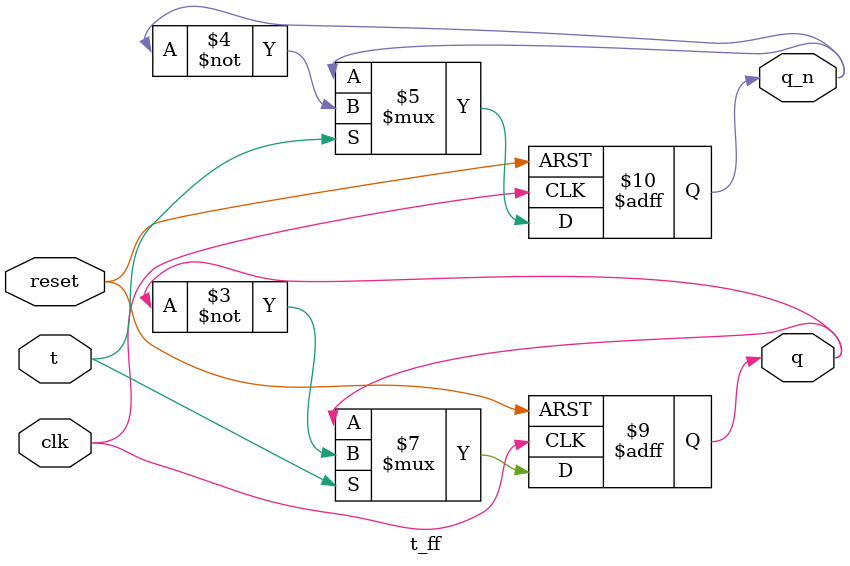
<source format=v>
module divider (clk_in, control_word,enable_in,enable_out,reset,clk_out_gated);

input clk_in;
input reset;
input enable_in,enable_out;
input [7:0] control_word;
output clk_out_gated;

//* Control word index*///
// 0 & 1 ---- ref_clk
// 2 -------- div by 2
// 3 -------- div by 4
// 4 -------- div by 8
// 5 -------- div by 3
// 6 -------- div by 6
// 7 -------- div by 5

wire clk_in1,clk_in2,clk_in3,clk_in4;
wire q_2,q_4,q_8,q_3,q_6,q_5;
wire clk_in_gated,clk_out;
reg d_latch,out_latch;

always@(~clk_in) begin
  if(~clk_in)
    d_latch <= enable_in;
  end
  
assign clk_in_gated = d_latch && clk_in;

assign clk_in1 = (control_word==8'b000 || control_word==8'b001) ? clk_in_gated : 1'b0;
assign clk_in2 = (control_word==8'b010 || control_word==8'b011 || control_word==8'b100) ? clk_in_gated : 1'b0;
assign clk_in3 = (control_word==8'b101 || control_word==8'b110) ? clk_in_gated : 1'b0;
assign clk_in4 = (control_word==8'b111) ? clk_in_gated : 1'b0;

div_2_4_8 div_2_4_80(clk_in2,reset,q_2,q_4,q_8);
div_3_6 div_3_60(clk_in3,reset,q_3,q_6);
div5 div50(clk_in4,reset,q_5);

assign clk_out = (control_word==8'b000 || control_word==8'b001) ? clk_in1 : (control_word==8'b010) ? q_2 : (control_word==8'b011) ? q_4 : (control_word==8'b100) ? q_8 : (control_word==8'b101) ? q_3 : (control_word==8'b110) ? q_6 : (control_word==8'b111) ? q_5 : 1'b0;

always@(~clk_out) begin
  if(~clk_out)
    out_latch <= enable_out;
  end
  
assign clk_out_gated = out_latch && clk_out;

endmodule

module div_2_4_8 (clk_in, reset, clk_out_2, clk_out_4, clk_out_8) ;

input clk_in;
input reset;
output clk_out_2;
output clk_out_4;
output clk_out_8;
wire q_2,q_4,q_8;


div2 div20(clk_in,reset,q_2);
div2 div21(q_2,reset,q_4);
div2 div22(q_4,reset,q_8);

assign clk_out_2 = q_2;
assign clk_out_4 = q_4;
assign clk_out_8 = q_8;

endmodule

module div2 (clk_in,reset, clk_out);
    // --------------Port Declaration----------------------- 
   input               clk_in                   ;
   input               reset                    ;
   output              clk_out                  ;
   //--------------Port data type declaration-------------
   wire                 clk_in                  ;
   
  //--------------Internal Registers----------------------
  reg                   clk_out                 ;
  //--------------Code Starts Here----------------------- 
  always @ (posedge clk_in or negedge reset) //neg
  if (!reset) begin 
    clk_out <= 1'b0;
  end else begin
    clk_out <=  ! clk_out ; 
  end
  
  endmodule
  
module div_3_6 (clk_in, reset, clk_out_3, clk_out_6) ;

input clk_in;
input reset;
output clk_out_3;
output clk_out_6;
wire q_3,q_6;



divide_by_3 divide_by_30(clk_in,reset,q_3);
div2 div20(q_3,reset,q_6);


assign clk_out_3 = q_3;
assign clk_out_6 = q_6;

endmodule


module divide_by_3 (
  clk_in       , //Input Clock
 reset        , // Reset Input
  clk_out        // Output Clock
  );
  //-----------Input Ports---------------
  input clk_in;
  input  reset;
  //-----------Output Ports---------------
  output clk_out;
  //------------Internal Variables--------
  reg [1:0] pos_cnt;
  reg [1:0] neg_cnt;
  //-------------Code Start-----------------
  // Posedge counter
  always @ (posedge clk_in or negedge reset)
  if (!reset) begin
    pos_cnt <= 0;
  end else begin
    pos_cnt <= (pos_cnt == 2) ? 0 : pos_cnt + 1;
  end
  // Neg edge counter
  always @ (negedge clk_in or negedge reset)
  if (!reset) begin
    neg_cnt <= 0;
  end else begin
    neg_cnt <= (neg_cnt == 2) ? 0 : neg_cnt + 1;
  end
  
  assign clk_out = ((pos_cnt  != 2) && (neg_cnt  != 2));
  
  endmodule
  
module div5 (clk,reset,clk_out_5);
   
input clk;
input reset;
output clk_out_5;
wire q0, q1, q2, q_n0, q_n1, q_n2;
wire t0 = q_n2; 
wire t1 = q0;
wire t2 = (q0 & q1)| q2;

   assign clk_out_5 = q1;
   t_ff t_ff0(clk, reset, t0, q0, q_n0);
   t_ff t_ff1(clk, reset, t1, q1, q_n1);
   t_ff t_ff2(clk, reset, t2, q2, q_n2);
   
endmodule

module t_ff(clk, reset, t, q, q_n);
   input clk, reset, t;
   output q, q_n;
   reg    q, q_n;
   
   always @(posedge clk or negedge reset) begin
      if (!reset) begin
         q <= 0;
         q_n <= 1;
      end else begin
         if (t) begin
            q <= ~q;
            q_n <= ~q_n;
         end		
      end
   end	
endmodule


</source>
